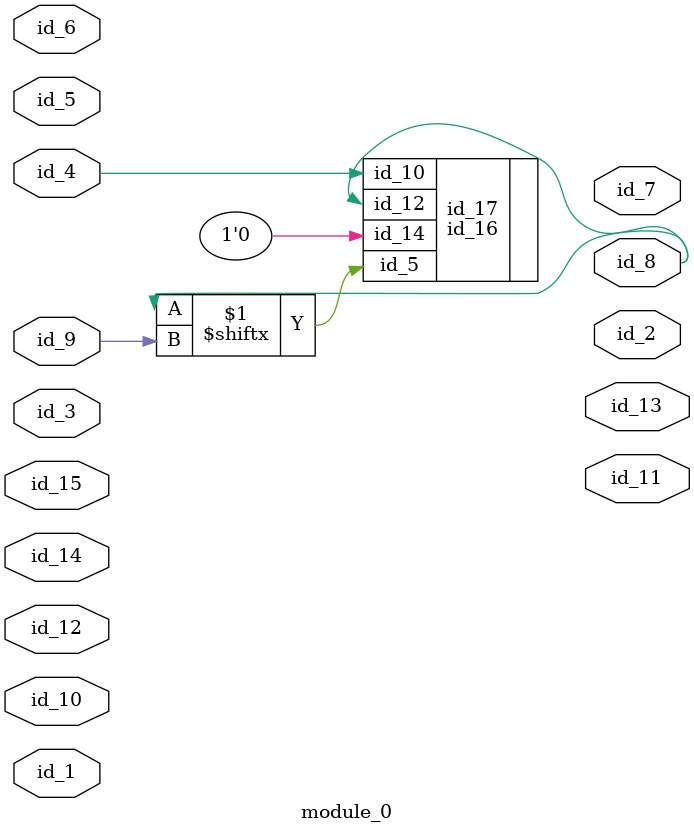
<source format=v>
`timescale 1 ps / 1ps
module module_0 (
    id_1,
    id_2,
    id_3,
    id_4,
    id_5,
    id_6,
    id_7,
    id_8,
    id_9,
    id_10,
    id_11,
    id_12,
    id_13,
    id_14,
    id_15
);
  input id_15;
  input id_14;
  output id_13;
  input id_12;
  output id_11;
  input id_10;
  input id_9;
  output id_8;
  output id_7;
  input id_6;
  input id_5;
  input id_4;
  input id_3;
  output id_2;
  input id_1;
  id_16 id_17 (
      .id_10(id_4),
      .id_14(1'b0),
      .id_12(id_8),
      .id_5 (id_8[id_9])
  );
endmodule

</source>
